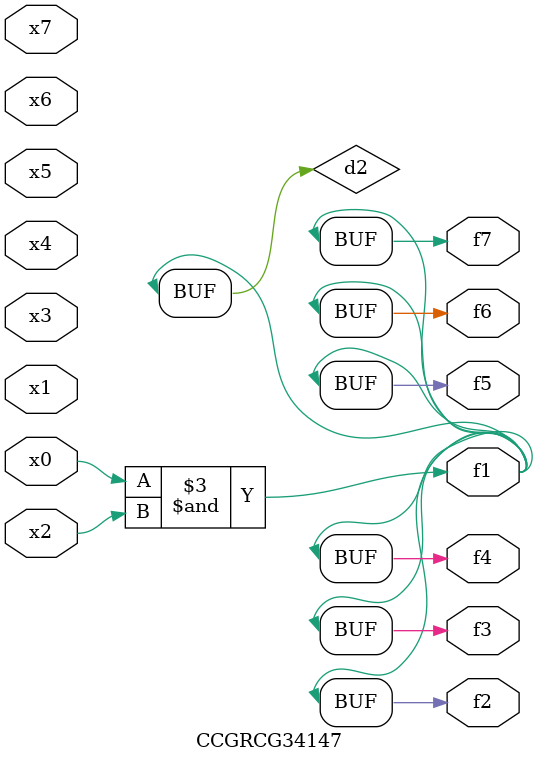
<source format=v>
module CCGRCG34147(
	input x0, x1, x2, x3, x4, x5, x6, x7,
	output f1, f2, f3, f4, f5, f6, f7
);

	wire d1, d2;

	nor (d1, x3, x6);
	and (d2, x0, x2);
	assign f1 = d2;
	assign f2 = d2;
	assign f3 = d2;
	assign f4 = d2;
	assign f5 = d2;
	assign f6 = d2;
	assign f7 = d2;
endmodule

</source>
